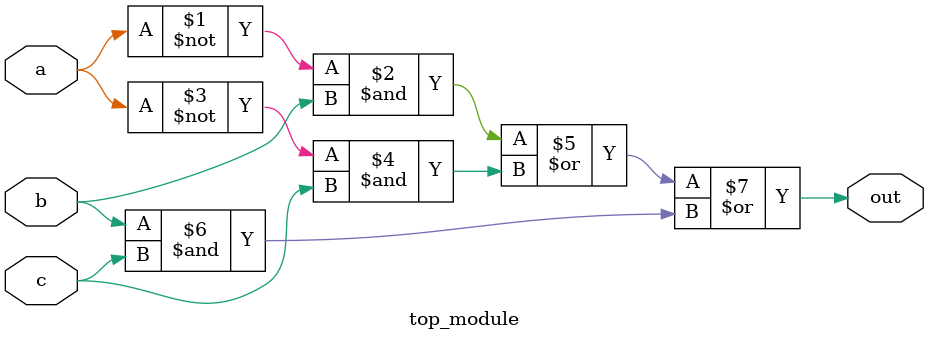
<source format=sv>
module top_module(
    input a, 
    input b,
    input c,
    output out
);
    assign out = (~a & b) | (~a & c) | (b & c);
endmodule

</source>
